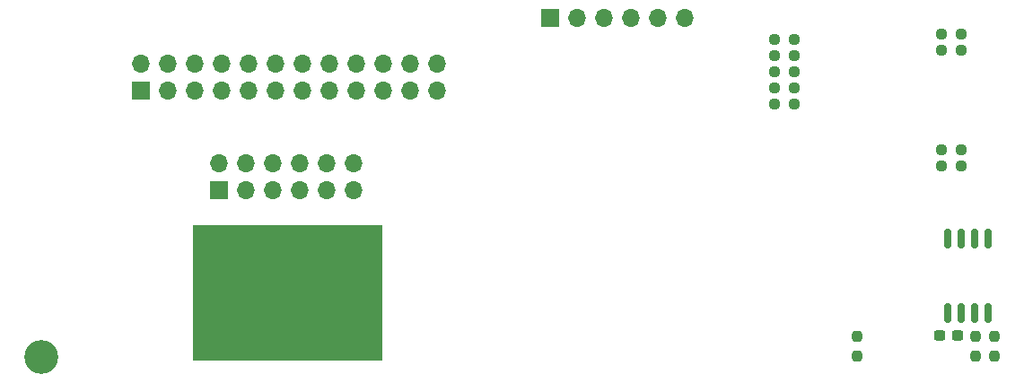
<source format=gbr>
%TF.GenerationSoftware,KiCad,Pcbnew,(5.99.0-9829-g074f0432f0)*%
%TF.CreationDate,2021-07-27T15:24:35+02:00*%
%TF.ProjectId,KM217-WiFi,4b4d3231-372d-4576-9946-692e6b696361,0.0.1*%
%TF.SameCoordinates,Original*%
%TF.FileFunction,Soldermask,Bot*%
%TF.FilePolarity,Negative*%
%FSLAX46Y46*%
G04 Gerber Fmt 4.6, Leading zero omitted, Abs format (unit mm)*
G04 Created by KiCad (PCBNEW (5.99.0-9829-g074f0432f0)) date 2021-07-27 15:24:35*
%MOMM*%
%LPD*%
G01*
G04 APERTURE LIST*
G04 Aperture macros list*
%AMRoundRect*
0 Rectangle with rounded corners*
0 $1 Rounding radius*
0 $2 $3 $4 $5 $6 $7 $8 $9 X,Y pos of 4 corners*
0 Add a 4 corners polygon primitive as box body*
4,1,4,$2,$3,$4,$5,$6,$7,$8,$9,$2,$3,0*
0 Add four circle primitives for the rounded corners*
1,1,$1+$1,$2,$3*
1,1,$1+$1,$4,$5*
1,1,$1+$1,$6,$7*
1,1,$1+$1,$8,$9*
0 Add four rect primitives between the rounded corners*
20,1,$1+$1,$2,$3,$4,$5,0*
20,1,$1+$1,$4,$5,$6,$7,0*
20,1,$1+$1,$6,$7,$8,$9,0*
20,1,$1+$1,$8,$9,$2,$3,0*%
G04 Aperture macros list end*
%ADD10C,0.120000*%
%ADD11C,3.200000*%
%ADD12R,1.700000X1.700000*%
%ADD13O,1.700000X1.700000*%
%ADD14RoundRect,0.237500X0.250000X0.237500X-0.250000X0.237500X-0.250000X-0.237500X0.250000X-0.237500X0*%
%ADD15RoundRect,0.150000X-0.150000X0.800000X-0.150000X-0.800000X0.150000X-0.800000X0.150000X0.800000X0*%
%ADD16RoundRect,0.237500X-0.300000X-0.237500X0.300000X-0.237500X0.300000X0.237500X-0.300000X0.237500X0*%
%ADD17RoundRect,0.237500X-0.250000X-0.237500X0.250000X-0.237500X0.250000X0.237500X-0.250000X0.237500X0*%
%ADD18RoundRect,0.237500X0.237500X-0.250000X0.237500X0.250000X-0.237500X0.250000X-0.237500X-0.250000X0*%
G04 APERTURE END LIST*
D10*
%TO.C,J1*%
X90510000Y-113538000D02*
X108290000Y-113538000D01*
X108290000Y-113538000D02*
X108290000Y-126238000D01*
X108290000Y-126238000D02*
X90510000Y-126238000D01*
X90510000Y-126238000D02*
X90510000Y-113538000D01*
G36*
X90510000Y-113538000D02*
G01*
X108290000Y-113538000D01*
X108290000Y-126238000D01*
X90510000Y-126238000D01*
X90510000Y-113538000D01*
G37*
%TD*%
D11*
%TO.C,H1*%
X76200000Y-126000000D03*
%TD*%
D12*
%TO.C,J2*%
X85598000Y-100838000D03*
D13*
X85598000Y-98298000D03*
X88138000Y-100838000D03*
X88138000Y-98298000D03*
X90678000Y-100838000D03*
X90678000Y-98298000D03*
X93218000Y-100838000D03*
X93218000Y-98298000D03*
X95758000Y-100838000D03*
X95758000Y-98298000D03*
X98298000Y-100838000D03*
X98298000Y-98298000D03*
X100838000Y-100838000D03*
X100838000Y-98298000D03*
X103378000Y-100838000D03*
X103378000Y-98298000D03*
X105918000Y-100838000D03*
X105918000Y-98298000D03*
X108458000Y-100838000D03*
X108458000Y-98298000D03*
X110998000Y-100838000D03*
X110998000Y-98298000D03*
X113538000Y-100838000D03*
X113538000Y-98298000D03*
%TD*%
D12*
%TO.C,J3*%
X92964000Y-110241000D03*
D13*
X92964000Y-107701000D03*
X95504000Y-110241000D03*
X95504000Y-107701000D03*
X98044000Y-110241000D03*
X98044000Y-107701000D03*
X100584000Y-110241000D03*
X100584000Y-107701000D03*
X103124000Y-110241000D03*
X103124000Y-107701000D03*
X105664000Y-110241000D03*
X105664000Y-107701000D03*
%TD*%
D12*
%TO.C,J4*%
X124206000Y-94037000D03*
D13*
X126746000Y-94037000D03*
X129286000Y-94037000D03*
X131826000Y-94037000D03*
X134366000Y-94037000D03*
X136906000Y-94037000D03*
%TD*%
D14*
%TO.C,R20*%
X162964500Y-107950000D03*
X161139500Y-107950000D03*
%TD*%
D15*
%TO.C,U3*%
X161671000Y-114864000D03*
X162941000Y-114864000D03*
X164211000Y-114864000D03*
X165481000Y-114864000D03*
X165481000Y-121864000D03*
X164211000Y-121864000D03*
X162941000Y-121864000D03*
X161671000Y-121864000D03*
%TD*%
D16*
%TO.C,C6*%
X160935500Y-123952000D03*
X162660500Y-123952000D03*
%TD*%
D17*
%TO.C,R12*%
X145391500Y-96012000D03*
X147216500Y-96012000D03*
%TD*%
%TO.C,R14*%
X145391500Y-102108000D03*
X147216500Y-102108000D03*
%TD*%
D18*
%TO.C,R29*%
X153162000Y-125880500D03*
X153162000Y-124055500D03*
%TD*%
D14*
%TO.C,R28*%
X162964500Y-97028000D03*
X161139500Y-97028000D03*
%TD*%
D17*
%TO.C,R13*%
X145391500Y-100584000D03*
X147216500Y-100584000D03*
%TD*%
D18*
%TO.C,R30*%
X164338000Y-125880500D03*
X164338000Y-124055500D03*
%TD*%
%TO.C,R4*%
X166116000Y-125880500D03*
X166116000Y-124055500D03*
%TD*%
D14*
%TO.C,R27*%
X162964500Y-106426000D03*
X161139500Y-106426000D03*
%TD*%
D17*
%TO.C,R16*%
X145391500Y-99060000D03*
X147216500Y-99060000D03*
%TD*%
D14*
%TO.C,R21*%
X162964500Y-95504000D03*
X161139500Y-95504000D03*
%TD*%
D17*
%TO.C,R15*%
X145391500Y-97536000D03*
X147216500Y-97536000D03*
%TD*%
M02*

</source>
